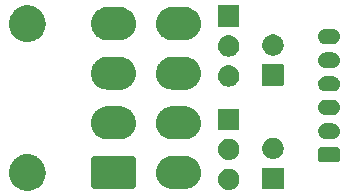
<source format=gts>
G04 #@! TF.GenerationSoftware,KiCad,Pcbnew,(5.1.0-1558-g0ba0c1724)*
G04 #@! TF.CreationDate,2019-12-01T14:41:24-08:00*
G04 #@! TF.ProjectId,8to4Stepper,38746f34-5374-4657-9070-65722e6b6963,rev?*
G04 #@! TF.SameCoordinates,Original*
G04 #@! TF.FileFunction,Soldermask,Top*
G04 #@! TF.FilePolarity,Negative*
%FSLAX46Y46*%
G04 Gerber Fmt 4.6, Leading zero omitted, Abs format (unit mm)*
G04 Created by KiCad (PCBNEW (5.1.0-1558-g0ba0c1724)) date 2019-12-01 14:41:24*
%MOMM*%
%LPD*%
G04 APERTURE LIST*
%ADD10C,0.100000*%
G04 APERTURE END LIST*
D10*
G36*
X179214870Y-124447503D02*
G01*
X179270587Y-124445557D01*
X179337861Y-124454056D01*
X179400350Y-124457385D01*
X179456239Y-124469010D01*
X179518205Y-124476838D01*
X179576838Y-124494095D01*
X179631387Y-124505441D01*
X179691309Y-124527785D01*
X179757637Y-124547307D01*
X179806700Y-124570814D01*
X179852485Y-124587887D01*
X179914355Y-124622394D01*
X179982722Y-124655150D01*
X180021870Y-124682359D01*
X180058580Y-124702833D01*
X180119992Y-124750555D01*
X180187669Y-124797592D01*
X180217117Y-124826029D01*
X180244905Y-124847623D01*
X180303181Y-124909140D01*
X180367207Y-124970969D01*
X180387690Y-124998349D01*
X180407196Y-125018940D01*
X180459539Y-125094391D01*
X180516715Y-125170821D01*
X180529424Y-125195130D01*
X180541703Y-125212831D01*
X180585241Y-125301900D01*
X180632347Y-125392005D01*
X180638868Y-125411606D01*
X180645330Y-125424827D01*
X180677204Y-125526849D01*
X180711129Y-125628831D01*
X180713351Y-125642547D01*
X180715703Y-125650077D01*
X180733218Y-125765216D01*
X180751033Y-125875207D01*
X180748079Y-126157248D01*
X180741707Y-126191966D01*
X180741166Y-126210197D01*
X180721162Y-126303910D01*
X180703024Y-126402734D01*
X180695639Y-126423474D01*
X180692281Y-126439204D01*
X180654978Y-126537664D01*
X180619300Y-126637859D01*
X180611956Y-126651218D01*
X180608676Y-126659875D01*
X180552486Y-126759393D01*
X180499061Y-126856573D01*
X180493852Y-126863240D01*
X180492659Y-126865353D01*
X180407525Y-126973734D01*
X180345400Y-127053249D01*
X180264204Y-127128438D01*
X180174728Y-127212314D01*
X180170477Y-127215230D01*
X180162271Y-127222829D01*
X180071065Y-127283426D01*
X179980132Y-127345806D01*
X179969346Y-127351009D01*
X179954386Y-127360948D01*
X179859597Y-127403946D01*
X179767593Y-127448324D01*
X179749603Y-127453841D01*
X179727091Y-127464053D01*
X179632529Y-127489745D01*
X179541988Y-127517512D01*
X179516633Y-127521234D01*
X179486237Y-127529492D01*
X179395124Y-127539068D01*
X179308513Y-127551781D01*
X179276058Y-127551583D01*
X179238018Y-127555581D01*
X179153077Y-127550832D01*
X179072537Y-127550340D01*
X179033732Y-127544159D01*
X178988820Y-127541648D01*
X178912188Y-127524799D01*
X178839503Y-127513222D01*
X178795572Y-127499160D01*
X178745056Y-127488053D01*
X178678282Y-127461615D01*
X178614751Y-127441279D01*
X178567318Y-127417681D01*
X178512997Y-127396174D01*
X178457052Y-127362824D01*
X178403481Y-127336173D01*
X178354562Y-127301729D01*
X178298612Y-127268376D01*
X178253850Y-127230816D01*
X178210537Y-127200319D01*
X178162434Y-127154109D01*
X178107418Y-127107945D01*
X178073622Y-127068792D01*
X178040359Y-127036838D01*
X177995609Y-126978413D01*
X177944333Y-126919009D01*
X177920758Y-126880688D01*
X177896869Y-126849499D01*
X177858132Y-126778891D01*
X177813554Y-126706430D01*
X177798980Y-126671071D01*
X177783367Y-126642612D01*
X177753347Y-126560357D01*
X177718444Y-126475676D01*
X177711254Y-126445023D01*
X177702464Y-126420937D01*
X177683818Y-126328049D01*
X177661451Y-126232684D01*
X177659727Y-126208029D01*
X177656023Y-126189577D01*
X177651300Y-126087527D01*
X177644040Y-125983705D01*
X177645668Y-125965820D01*
X177645114Y-125953855D01*
X177656738Y-125844177D01*
X177666661Y-125735146D01*
X177669442Y-125724316D01*
X177669985Y-125719190D01*
X177701189Y-125600668D01*
X177728731Y-125493401D01*
X177769091Y-125401021D01*
X177823971Y-125274502D01*
X177825264Y-125272445D01*
X177828652Y-125264690D01*
X177888740Y-125171452D01*
X177949542Y-125074713D01*
X177955595Y-125067713D01*
X177963855Y-125054896D01*
X178035058Y-124975817D01*
X178103893Y-124896212D01*
X178116124Y-124885785D01*
X178130861Y-124869417D01*
X178209191Y-124806438D01*
X178283465Y-124743114D01*
X178302935Y-124731065D01*
X178325373Y-124713025D01*
X178407267Y-124666503D01*
X178484129Y-124618939D01*
X178511484Y-124607299D01*
X178542387Y-124589744D01*
X178624567Y-124559182D01*
X178701259Y-124526549D01*
X178736685Y-124517486D01*
X178776320Y-124502746D01*
X178855882Y-124486992D01*
X178929877Y-124468062D01*
X178973059Y-124463790D01*
X179021153Y-124454267D01*
X179095594Y-124451668D01*
X179164709Y-124444830D01*
X179214870Y-124447503D01*
X179214870Y-124447503D01*
G37*
G36*
X196438360Y-125693835D02*
G01*
X196519397Y-125720166D01*
X196606663Y-125747848D01*
X196609655Y-125749493D01*
X196618488Y-125752363D01*
X196690466Y-125793919D01*
X196761499Y-125832970D01*
X196768986Y-125839253D01*
X196782511Y-125847061D01*
X196840259Y-125899057D01*
X196896857Y-125946549D01*
X196906962Y-125959118D01*
X196923261Y-125973793D01*
X196965454Y-126031867D01*
X197007579Y-126084260D01*
X197017994Y-126104182D01*
X197034586Y-126127019D01*
X197061297Y-126187012D01*
X197089439Y-126240843D01*
X197097582Y-126268510D01*
X197111621Y-126300042D01*
X197123992Y-126358241D01*
X197139328Y-126410349D01*
X197142518Y-126445401D01*
X197150999Y-126485301D01*
X197150999Y-126538592D01*
X197155343Y-126586324D01*
X197150999Y-126627653D01*
X197150999Y-126674699D01*
X197141217Y-126720721D01*
X197136873Y-126762047D01*
X197122702Y-126807827D01*
X197111621Y-126859958D01*
X197095028Y-126897226D01*
X197084622Y-126930843D01*
X197058789Y-126978620D01*
X197034586Y-127032981D01*
X197014298Y-127060905D01*
X197000580Y-127086276D01*
X196961859Y-127133082D01*
X196923261Y-127186207D01*
X196902284Y-127205095D01*
X196887952Y-127222419D01*
X196835845Y-127264917D01*
X196782511Y-127312939D01*
X196763524Y-127323901D01*
X196751025Y-127334095D01*
X196685780Y-127368786D01*
X196618488Y-127407637D01*
X196603636Y-127412463D01*
X196595003Y-127417053D01*
X196517430Y-127440473D01*
X196438360Y-127466165D01*
X196429114Y-127467137D01*
X196425851Y-127468122D01*
X196334710Y-127477059D01*
X196297211Y-127481000D01*
X196202789Y-127481000D01*
X196061640Y-127466165D01*
X195980603Y-127439834D01*
X195893337Y-127412152D01*
X195890345Y-127410507D01*
X195881512Y-127407637D01*
X195809534Y-127366081D01*
X195738501Y-127327030D01*
X195731014Y-127320747D01*
X195717489Y-127312939D01*
X195659741Y-127260943D01*
X195603143Y-127213451D01*
X195593038Y-127200882D01*
X195576739Y-127186207D01*
X195534546Y-127128133D01*
X195492421Y-127075740D01*
X195482006Y-127055818D01*
X195465414Y-127032981D01*
X195438703Y-126972988D01*
X195410561Y-126919157D01*
X195402418Y-126891490D01*
X195388379Y-126859958D01*
X195376008Y-126801759D01*
X195360672Y-126749651D01*
X195357482Y-126714599D01*
X195349001Y-126674699D01*
X195349001Y-126621408D01*
X195344657Y-126573676D01*
X195349001Y-126532347D01*
X195349001Y-126485301D01*
X195358783Y-126439279D01*
X195363127Y-126397953D01*
X195377298Y-126352173D01*
X195388379Y-126300042D01*
X195404972Y-126262774D01*
X195415378Y-126229157D01*
X195441211Y-126181380D01*
X195465414Y-126127019D01*
X195485702Y-126099095D01*
X195499420Y-126073724D01*
X195538141Y-126026918D01*
X195576739Y-125973793D01*
X195597716Y-125954905D01*
X195612048Y-125937581D01*
X195664155Y-125895083D01*
X195717489Y-125847061D01*
X195736476Y-125836099D01*
X195748975Y-125825905D01*
X195814220Y-125791214D01*
X195881512Y-125752363D01*
X195896364Y-125747537D01*
X195904997Y-125742947D01*
X195982570Y-125719527D01*
X196061640Y-125693835D01*
X196070886Y-125692863D01*
X196074149Y-125691878D01*
X196165290Y-125682941D01*
X196202789Y-125679000D01*
X196297211Y-125679000D01*
X196438360Y-125693835D01*
X196438360Y-125693835D01*
G37*
G36*
X200869899Y-125601959D02*
G01*
X200886769Y-125613231D01*
X200898041Y-125630101D01*
X200904448Y-125662312D01*
X200904448Y-127337688D01*
X200901999Y-127350000D01*
X200898041Y-127369899D01*
X200886769Y-127386769D01*
X200869899Y-127398041D01*
X200850000Y-127401999D01*
X200837688Y-127404448D01*
X199162312Y-127404448D01*
X199130101Y-127398041D01*
X199113231Y-127386769D01*
X199101959Y-127369899D01*
X199095552Y-127337688D01*
X199095552Y-125662312D01*
X199101959Y-125630101D01*
X199113231Y-125613231D01*
X199130101Y-125601959D01*
X199162312Y-125595552D01*
X200837688Y-125595552D01*
X200869899Y-125601959D01*
X200869899Y-125601959D01*
G37*
G36*
X188186755Y-124611764D02*
G01*
X188198227Y-124617288D01*
X188206286Y-124618795D01*
X188223545Y-124629481D01*
X188268638Y-124651197D01*
X188288736Y-124669846D01*
X188301964Y-124678036D01*
X188312267Y-124691679D01*
X188335264Y-124713018D01*
X188357615Y-124751730D01*
X188369780Y-124767840D01*
X188371749Y-124776212D01*
X188379506Y-124789647D01*
X188398419Y-124889606D01*
X188401883Y-124904332D01*
X188401883Y-124907911D01*
X188403194Y-124914840D01*
X188403194Y-127087515D01*
X188388236Y-127186755D01*
X188382712Y-127198227D01*
X188381205Y-127206286D01*
X188370519Y-127223545D01*
X188348803Y-127268638D01*
X188330154Y-127288736D01*
X188321964Y-127301964D01*
X188308321Y-127312267D01*
X188286982Y-127335264D01*
X188248270Y-127357615D01*
X188232160Y-127369780D01*
X188223788Y-127371749D01*
X188210353Y-127379506D01*
X188110394Y-127398419D01*
X188095668Y-127401883D01*
X188092089Y-127401883D01*
X188085160Y-127403194D01*
X184912485Y-127403194D01*
X184813245Y-127388236D01*
X184801773Y-127382712D01*
X184793714Y-127381205D01*
X184776455Y-127370519D01*
X184731362Y-127348803D01*
X184711264Y-127330154D01*
X184698036Y-127321964D01*
X184687733Y-127308321D01*
X184664736Y-127286982D01*
X184642385Y-127248270D01*
X184630220Y-127232160D01*
X184628251Y-127223788D01*
X184620494Y-127210353D01*
X184601581Y-127110394D01*
X184598117Y-127095668D01*
X184598117Y-127092089D01*
X184596806Y-127085160D01*
X184596806Y-124912485D01*
X184611764Y-124813245D01*
X184617288Y-124801773D01*
X184618795Y-124793714D01*
X184629481Y-124776455D01*
X184651197Y-124731362D01*
X184669846Y-124711264D01*
X184678036Y-124698036D01*
X184691679Y-124687733D01*
X184713018Y-124664736D01*
X184751730Y-124642385D01*
X184767840Y-124630220D01*
X184776212Y-124628251D01*
X184789647Y-124620494D01*
X184889606Y-124601581D01*
X184904332Y-124598117D01*
X184907911Y-124598117D01*
X184914840Y-124596806D01*
X188087515Y-124596806D01*
X188186755Y-124611764D01*
X188186755Y-124611764D01*
G37*
G36*
X192676165Y-124617284D02*
G01*
X192852251Y-124639529D01*
X192857415Y-124641307D01*
X192866286Y-124642483D01*
X192967020Y-124679048D01*
X193062717Y-124711999D01*
X193073021Y-124717524D01*
X193089777Y-124723606D01*
X193177620Y-124773609D01*
X193261403Y-124818533D01*
X193275576Y-124829369D01*
X193296404Y-124841225D01*
X193369845Y-124901443D01*
X193440503Y-124955465D01*
X193456982Y-124972891D01*
X193480259Y-124991977D01*
X193538498Y-125059091D01*
X193595406Y-125119270D01*
X193612339Y-125144186D01*
X193636086Y-125171552D01*
X193679014Y-125242296D01*
X193722126Y-125305732D01*
X193737448Y-125338591D01*
X193759429Y-125374814D01*
X193787589Y-125446119D01*
X193817407Y-125510065D01*
X193828945Y-125550840D01*
X193846761Y-125595952D01*
X193861245Y-125664981D01*
X193878791Y-125726988D01*
X193884368Y-125775187D01*
X193895584Y-125828644D01*
X193898001Y-125893015D01*
X193904704Y-125950951D01*
X193902225Y-126005538D01*
X193904504Y-126066235D01*
X193896845Y-126124024D01*
X193894477Y-126176164D01*
X193882050Y-126235647D01*
X193873265Y-126301932D01*
X193857794Y-126351757D01*
X193848375Y-126396842D01*
X193824404Y-126459288D01*
X193802759Y-126528996D01*
X193781888Y-126570047D01*
X193767579Y-126607322D01*
X193730856Y-126670418D01*
X193695004Y-126740934D01*
X193671173Y-126772964D01*
X193654173Y-126802173D01*
X193603947Y-126863319D01*
X193553080Y-126931687D01*
X193528632Y-126955009D01*
X193511073Y-126976386D01*
X193447120Y-127032769D01*
X193381046Y-127095800D01*
X193358110Y-127111242D01*
X193341964Y-127125476D01*
X193264632Y-127174174D01*
X193183819Y-127228581D01*
X193164207Y-127237416D01*
X193151191Y-127245612D01*
X193061403Y-127283725D01*
X192967040Y-127326232D01*
X192952172Y-127330091D01*
X192943665Y-127333702D01*
X192842921Y-127358447D01*
X192736907Y-127385963D01*
X192727724Y-127386742D01*
X192724720Y-127387480D01*
X192614835Y-127396321D01*
X192559692Y-127401000D01*
X191461785Y-127401000D01*
X191323835Y-127382716D01*
X191147749Y-127360471D01*
X191142585Y-127358693D01*
X191133714Y-127357517D01*
X191032980Y-127320952D01*
X190937283Y-127288001D01*
X190926979Y-127282476D01*
X190910223Y-127276394D01*
X190822380Y-127226391D01*
X190738597Y-127181467D01*
X190724424Y-127170631D01*
X190703596Y-127158775D01*
X190630155Y-127098557D01*
X190559497Y-127044535D01*
X190543018Y-127027109D01*
X190519741Y-127008023D01*
X190461502Y-126940909D01*
X190404594Y-126880730D01*
X190387661Y-126855814D01*
X190363914Y-126828448D01*
X190320986Y-126757704D01*
X190277874Y-126694268D01*
X190262552Y-126661409D01*
X190240571Y-126625186D01*
X190212411Y-126553881D01*
X190182593Y-126489935D01*
X190171055Y-126449160D01*
X190153239Y-126404048D01*
X190138755Y-126335019D01*
X190121209Y-126273012D01*
X190115632Y-126224813D01*
X190104416Y-126171356D01*
X190101999Y-126106985D01*
X190095296Y-126049049D01*
X190097775Y-125994462D01*
X190095496Y-125933765D01*
X190103155Y-125875976D01*
X190105523Y-125823836D01*
X190117950Y-125764353D01*
X190126735Y-125698068D01*
X190142206Y-125648243D01*
X190151625Y-125603158D01*
X190175596Y-125540712D01*
X190197241Y-125471004D01*
X190218112Y-125429953D01*
X190232421Y-125392678D01*
X190269144Y-125329582D01*
X190304996Y-125259066D01*
X190328827Y-125227036D01*
X190345827Y-125197827D01*
X190396053Y-125136681D01*
X190446920Y-125068313D01*
X190471368Y-125044991D01*
X190488927Y-125023614D01*
X190552880Y-124967231D01*
X190618954Y-124904200D01*
X190641890Y-124888758D01*
X190658036Y-124874524D01*
X190735368Y-124825826D01*
X190816181Y-124771419D01*
X190835793Y-124762584D01*
X190848809Y-124754388D01*
X190938597Y-124716275D01*
X191032960Y-124673768D01*
X191047828Y-124669909D01*
X191056335Y-124666298D01*
X191157079Y-124641553D01*
X191263093Y-124614037D01*
X191272276Y-124613258D01*
X191275280Y-124612520D01*
X191385165Y-124603679D01*
X191440308Y-124599000D01*
X192538215Y-124599000D01*
X192676165Y-124617284D01*
X192676165Y-124617284D01*
G37*
G36*
X205461756Y-123861764D02*
G01*
X205473227Y-123867288D01*
X205481287Y-123868795D01*
X205498547Y-123879482D01*
X205543638Y-123901197D01*
X205563738Y-123919847D01*
X205576964Y-123928036D01*
X205587265Y-123941676D01*
X205610264Y-123963016D01*
X205632614Y-124001727D01*
X205644781Y-124017839D01*
X205646751Y-124026213D01*
X205654506Y-124039646D01*
X205673419Y-124139601D01*
X205676883Y-124154330D01*
X205676883Y-124157909D01*
X205678194Y-124164838D01*
X205678194Y-124837517D01*
X205663236Y-124936756D01*
X205657712Y-124948227D01*
X205656205Y-124956287D01*
X205645518Y-124973547D01*
X205623803Y-125018638D01*
X205605153Y-125038738D01*
X205596964Y-125051964D01*
X205583324Y-125062265D01*
X205561984Y-125085264D01*
X205523273Y-125107614D01*
X205507161Y-125119781D01*
X205498787Y-125121751D01*
X205485354Y-125129506D01*
X205385399Y-125148419D01*
X205370670Y-125151883D01*
X205367091Y-125151883D01*
X205360162Y-125153194D01*
X204137483Y-125153194D01*
X204038244Y-125138236D01*
X204026773Y-125132712D01*
X204018713Y-125131205D01*
X204001453Y-125120518D01*
X203956362Y-125098803D01*
X203936262Y-125080153D01*
X203923036Y-125071964D01*
X203912735Y-125058324D01*
X203889736Y-125036984D01*
X203867386Y-124998273D01*
X203855219Y-124982161D01*
X203853249Y-124973787D01*
X203845494Y-124960354D01*
X203826581Y-124860399D01*
X203823117Y-124845670D01*
X203823117Y-124842091D01*
X203821806Y-124835162D01*
X203821806Y-124162483D01*
X203836764Y-124063244D01*
X203842288Y-124051773D01*
X203843795Y-124043713D01*
X203854482Y-124026453D01*
X203876197Y-123981362D01*
X203894847Y-123961262D01*
X203903036Y-123948036D01*
X203916676Y-123937735D01*
X203938016Y-123914736D01*
X203976727Y-123892386D01*
X203992839Y-123880219D01*
X204001213Y-123878249D01*
X204014646Y-123870494D01*
X204114601Y-123851581D01*
X204129330Y-123848117D01*
X204132909Y-123848117D01*
X204139838Y-123846806D01*
X205362517Y-123846806D01*
X205461756Y-123861764D01*
X205461756Y-123861764D01*
G37*
G36*
X196438360Y-123153835D02*
G01*
X196519397Y-123180166D01*
X196606663Y-123207848D01*
X196609655Y-123209493D01*
X196618488Y-123212363D01*
X196690466Y-123253919D01*
X196761499Y-123292970D01*
X196768986Y-123299253D01*
X196782511Y-123307061D01*
X196840259Y-123359057D01*
X196896857Y-123406549D01*
X196906962Y-123419118D01*
X196923261Y-123433793D01*
X196965454Y-123491867D01*
X197007579Y-123544260D01*
X197017994Y-123564182D01*
X197034586Y-123587019D01*
X197061297Y-123647012D01*
X197089439Y-123700843D01*
X197097582Y-123728510D01*
X197111621Y-123760042D01*
X197123992Y-123818241D01*
X197139328Y-123870349D01*
X197142518Y-123905401D01*
X197150999Y-123945301D01*
X197150999Y-123998592D01*
X197155343Y-124046324D01*
X197150999Y-124087653D01*
X197150999Y-124134699D01*
X197141217Y-124180721D01*
X197136873Y-124222047D01*
X197122702Y-124267827D01*
X197111621Y-124319958D01*
X197095028Y-124357226D01*
X197084622Y-124390843D01*
X197058789Y-124438620D01*
X197034586Y-124492981D01*
X197014298Y-124520905D01*
X197000580Y-124546276D01*
X196961859Y-124593082D01*
X196923261Y-124646207D01*
X196902284Y-124665095D01*
X196887952Y-124682419D01*
X196835845Y-124724917D01*
X196782511Y-124772939D01*
X196763524Y-124783901D01*
X196751025Y-124794095D01*
X196685780Y-124828786D01*
X196618488Y-124867637D01*
X196603636Y-124872463D01*
X196595003Y-124877053D01*
X196517430Y-124900473D01*
X196438360Y-124926165D01*
X196429114Y-124927137D01*
X196425851Y-124928122D01*
X196334710Y-124937059D01*
X196297211Y-124941000D01*
X196202789Y-124941000D01*
X196061640Y-124926165D01*
X195980603Y-124899834D01*
X195893337Y-124872152D01*
X195890345Y-124870507D01*
X195881512Y-124867637D01*
X195809534Y-124826081D01*
X195738501Y-124787030D01*
X195731014Y-124780747D01*
X195717489Y-124772939D01*
X195659741Y-124720943D01*
X195603143Y-124673451D01*
X195593038Y-124660882D01*
X195576739Y-124646207D01*
X195534546Y-124588133D01*
X195492421Y-124535740D01*
X195482006Y-124515818D01*
X195465414Y-124492981D01*
X195438703Y-124432988D01*
X195410561Y-124379157D01*
X195402418Y-124351490D01*
X195388379Y-124319958D01*
X195376008Y-124261759D01*
X195360672Y-124209651D01*
X195357482Y-124174599D01*
X195349001Y-124134699D01*
X195349001Y-124081408D01*
X195344657Y-124033676D01*
X195349001Y-123992347D01*
X195349001Y-123945301D01*
X195358783Y-123899279D01*
X195363127Y-123857953D01*
X195377298Y-123812173D01*
X195388379Y-123760042D01*
X195404972Y-123722774D01*
X195415378Y-123689157D01*
X195441211Y-123641380D01*
X195465414Y-123587019D01*
X195485702Y-123559095D01*
X195499420Y-123533724D01*
X195538141Y-123486918D01*
X195576739Y-123433793D01*
X195597716Y-123414905D01*
X195612048Y-123397581D01*
X195664155Y-123355083D01*
X195717489Y-123307061D01*
X195736476Y-123296099D01*
X195748975Y-123285905D01*
X195814220Y-123251214D01*
X195881512Y-123212363D01*
X195896364Y-123207537D01*
X195904997Y-123202947D01*
X195982570Y-123179527D01*
X196061640Y-123153835D01*
X196070886Y-123152863D01*
X196074149Y-123151878D01*
X196165290Y-123142941D01*
X196202789Y-123139000D01*
X196297211Y-123139000D01*
X196438360Y-123153835D01*
X196438360Y-123153835D01*
G37*
G36*
X200188360Y-123073835D02*
G01*
X200269397Y-123100166D01*
X200356663Y-123127848D01*
X200359655Y-123129493D01*
X200368488Y-123132363D01*
X200440466Y-123173919D01*
X200511499Y-123212970D01*
X200518986Y-123219253D01*
X200532511Y-123227061D01*
X200590259Y-123279057D01*
X200646857Y-123326549D01*
X200656962Y-123339118D01*
X200673261Y-123353793D01*
X200715454Y-123411867D01*
X200757579Y-123464260D01*
X200767994Y-123484182D01*
X200784586Y-123507019D01*
X200811297Y-123567012D01*
X200839439Y-123620843D01*
X200847582Y-123648510D01*
X200861621Y-123680042D01*
X200873992Y-123738241D01*
X200889328Y-123790349D01*
X200892518Y-123825401D01*
X200900999Y-123865301D01*
X200900999Y-123918592D01*
X200905343Y-123966324D01*
X200900999Y-124007653D01*
X200900999Y-124054699D01*
X200891217Y-124100721D01*
X200886873Y-124142047D01*
X200872702Y-124187827D01*
X200861621Y-124239958D01*
X200845028Y-124277226D01*
X200834622Y-124310843D01*
X200808789Y-124358620D01*
X200784586Y-124412981D01*
X200764298Y-124440905D01*
X200750580Y-124466276D01*
X200711859Y-124513082D01*
X200673261Y-124566207D01*
X200652284Y-124585095D01*
X200637952Y-124602419D01*
X200585845Y-124644917D01*
X200532511Y-124692939D01*
X200513524Y-124703901D01*
X200501025Y-124714095D01*
X200435780Y-124748786D01*
X200368488Y-124787637D01*
X200353636Y-124792463D01*
X200345003Y-124797053D01*
X200267430Y-124820473D01*
X200188360Y-124846165D01*
X200179114Y-124847137D01*
X200175851Y-124848122D01*
X200084710Y-124857059D01*
X200047211Y-124861000D01*
X199952789Y-124861000D01*
X199811640Y-124846165D01*
X199730603Y-124819834D01*
X199643337Y-124792152D01*
X199640345Y-124790507D01*
X199631512Y-124787637D01*
X199559534Y-124746081D01*
X199488501Y-124707030D01*
X199481014Y-124700747D01*
X199467489Y-124692939D01*
X199409741Y-124640943D01*
X199353143Y-124593451D01*
X199343038Y-124580882D01*
X199326739Y-124566207D01*
X199284546Y-124508133D01*
X199242421Y-124455740D01*
X199232006Y-124435818D01*
X199215414Y-124412981D01*
X199188703Y-124352988D01*
X199160561Y-124299157D01*
X199152418Y-124271490D01*
X199138379Y-124239958D01*
X199126008Y-124181759D01*
X199110672Y-124129651D01*
X199107482Y-124094599D01*
X199099001Y-124054699D01*
X199099001Y-124001408D01*
X199094657Y-123953676D01*
X199099001Y-123912347D01*
X199099001Y-123865301D01*
X199108783Y-123819279D01*
X199113127Y-123777953D01*
X199127298Y-123732173D01*
X199138379Y-123680042D01*
X199154972Y-123642774D01*
X199165378Y-123609157D01*
X199191211Y-123561380D01*
X199215414Y-123507019D01*
X199235702Y-123479095D01*
X199249420Y-123453724D01*
X199288141Y-123406918D01*
X199326739Y-123353793D01*
X199347716Y-123334905D01*
X199362048Y-123317581D01*
X199414155Y-123275083D01*
X199467489Y-123227061D01*
X199486476Y-123216099D01*
X199498975Y-123205905D01*
X199564220Y-123171214D01*
X199631512Y-123132363D01*
X199646364Y-123127537D01*
X199654997Y-123122947D01*
X199732570Y-123099527D01*
X199811640Y-123073835D01*
X199820886Y-123072863D01*
X199824149Y-123071878D01*
X199915290Y-123062941D01*
X199952789Y-123059000D01*
X200047211Y-123059000D01*
X200188360Y-123073835D01*
X200188360Y-123073835D01*
G37*
G36*
X187176165Y-120417284D02*
G01*
X187352251Y-120439529D01*
X187357415Y-120441307D01*
X187366286Y-120442483D01*
X187467020Y-120479048D01*
X187562717Y-120511999D01*
X187573021Y-120517524D01*
X187589777Y-120523606D01*
X187677620Y-120573609D01*
X187761403Y-120618533D01*
X187775576Y-120629369D01*
X187796404Y-120641225D01*
X187869845Y-120701443D01*
X187940503Y-120755465D01*
X187956982Y-120772891D01*
X187980259Y-120791977D01*
X188038498Y-120859091D01*
X188095406Y-120919270D01*
X188112339Y-120944186D01*
X188136086Y-120971552D01*
X188179014Y-121042296D01*
X188222126Y-121105732D01*
X188237448Y-121138591D01*
X188259429Y-121174814D01*
X188287589Y-121246119D01*
X188317407Y-121310065D01*
X188328945Y-121350840D01*
X188346761Y-121395952D01*
X188361245Y-121464981D01*
X188378791Y-121526988D01*
X188384368Y-121575187D01*
X188395584Y-121628644D01*
X188398001Y-121693015D01*
X188404704Y-121750951D01*
X188402225Y-121805538D01*
X188404504Y-121866235D01*
X188396845Y-121924024D01*
X188394477Y-121976164D01*
X188382050Y-122035647D01*
X188373265Y-122101932D01*
X188357794Y-122151757D01*
X188348375Y-122196842D01*
X188324404Y-122259288D01*
X188302759Y-122328996D01*
X188281888Y-122370047D01*
X188267579Y-122407322D01*
X188230856Y-122470418D01*
X188195004Y-122540934D01*
X188171173Y-122572964D01*
X188154173Y-122602173D01*
X188103947Y-122663319D01*
X188053080Y-122731687D01*
X188028632Y-122755009D01*
X188011073Y-122776386D01*
X187947120Y-122832769D01*
X187881046Y-122895800D01*
X187858110Y-122911242D01*
X187841964Y-122925476D01*
X187764632Y-122974174D01*
X187683819Y-123028581D01*
X187664207Y-123037416D01*
X187651191Y-123045612D01*
X187561403Y-123083725D01*
X187467040Y-123126232D01*
X187452172Y-123130091D01*
X187443665Y-123133702D01*
X187342921Y-123158447D01*
X187236907Y-123185963D01*
X187227724Y-123186742D01*
X187224720Y-123187480D01*
X187114835Y-123196321D01*
X187059692Y-123201000D01*
X185961785Y-123201000D01*
X185823835Y-123182716D01*
X185647749Y-123160471D01*
X185642585Y-123158693D01*
X185633714Y-123157517D01*
X185532980Y-123120952D01*
X185437283Y-123088001D01*
X185426979Y-123082476D01*
X185410223Y-123076394D01*
X185322380Y-123026391D01*
X185238597Y-122981467D01*
X185224424Y-122970631D01*
X185203596Y-122958775D01*
X185130155Y-122898557D01*
X185059497Y-122844535D01*
X185043018Y-122827109D01*
X185019741Y-122808023D01*
X184961502Y-122740909D01*
X184904594Y-122680730D01*
X184887661Y-122655814D01*
X184863914Y-122628448D01*
X184820986Y-122557704D01*
X184777874Y-122494268D01*
X184762552Y-122461409D01*
X184740571Y-122425186D01*
X184712411Y-122353881D01*
X184682593Y-122289935D01*
X184671055Y-122249160D01*
X184653239Y-122204048D01*
X184638755Y-122135019D01*
X184621209Y-122073012D01*
X184615632Y-122024813D01*
X184604416Y-121971356D01*
X184601999Y-121906985D01*
X184595296Y-121849049D01*
X184597775Y-121794462D01*
X184595496Y-121733765D01*
X184603155Y-121675976D01*
X184605523Y-121623836D01*
X184617950Y-121564353D01*
X184626735Y-121498068D01*
X184642206Y-121448243D01*
X184651625Y-121403158D01*
X184675596Y-121340712D01*
X184697241Y-121271004D01*
X184718112Y-121229953D01*
X184732421Y-121192678D01*
X184769144Y-121129582D01*
X184804996Y-121059066D01*
X184828827Y-121027036D01*
X184845827Y-120997827D01*
X184896053Y-120936681D01*
X184946920Y-120868313D01*
X184971368Y-120844991D01*
X184988927Y-120823614D01*
X185052880Y-120767231D01*
X185118954Y-120704200D01*
X185141890Y-120688758D01*
X185158036Y-120674524D01*
X185235368Y-120625826D01*
X185316181Y-120571419D01*
X185335793Y-120562584D01*
X185348809Y-120554388D01*
X185438597Y-120516275D01*
X185532960Y-120473768D01*
X185547828Y-120469909D01*
X185556335Y-120466298D01*
X185657079Y-120441553D01*
X185763093Y-120414037D01*
X185772276Y-120413258D01*
X185775280Y-120412520D01*
X185885165Y-120403679D01*
X185940308Y-120399000D01*
X187038215Y-120399000D01*
X187176165Y-120417284D01*
X187176165Y-120417284D01*
G37*
G36*
X192676165Y-120417284D02*
G01*
X192852251Y-120439529D01*
X192857415Y-120441307D01*
X192866286Y-120442483D01*
X192967020Y-120479048D01*
X193062717Y-120511999D01*
X193073021Y-120517524D01*
X193089777Y-120523606D01*
X193177620Y-120573609D01*
X193261403Y-120618533D01*
X193275576Y-120629369D01*
X193296404Y-120641225D01*
X193369845Y-120701443D01*
X193440503Y-120755465D01*
X193456982Y-120772891D01*
X193480259Y-120791977D01*
X193538498Y-120859091D01*
X193595406Y-120919270D01*
X193612339Y-120944186D01*
X193636086Y-120971552D01*
X193679014Y-121042296D01*
X193722126Y-121105732D01*
X193737448Y-121138591D01*
X193759429Y-121174814D01*
X193787589Y-121246119D01*
X193817407Y-121310065D01*
X193828945Y-121350840D01*
X193846761Y-121395952D01*
X193861245Y-121464981D01*
X193878791Y-121526988D01*
X193884368Y-121575187D01*
X193895584Y-121628644D01*
X193898001Y-121693015D01*
X193904704Y-121750951D01*
X193902225Y-121805538D01*
X193904504Y-121866235D01*
X193896845Y-121924024D01*
X193894477Y-121976164D01*
X193882050Y-122035647D01*
X193873265Y-122101932D01*
X193857794Y-122151757D01*
X193848375Y-122196842D01*
X193824404Y-122259288D01*
X193802759Y-122328996D01*
X193781888Y-122370047D01*
X193767579Y-122407322D01*
X193730856Y-122470418D01*
X193695004Y-122540934D01*
X193671173Y-122572964D01*
X193654173Y-122602173D01*
X193603947Y-122663319D01*
X193553080Y-122731687D01*
X193528632Y-122755009D01*
X193511073Y-122776386D01*
X193447120Y-122832769D01*
X193381046Y-122895800D01*
X193358110Y-122911242D01*
X193341964Y-122925476D01*
X193264632Y-122974174D01*
X193183819Y-123028581D01*
X193164207Y-123037416D01*
X193151191Y-123045612D01*
X193061403Y-123083725D01*
X192967040Y-123126232D01*
X192952172Y-123130091D01*
X192943665Y-123133702D01*
X192842921Y-123158447D01*
X192736907Y-123185963D01*
X192727724Y-123186742D01*
X192724720Y-123187480D01*
X192614835Y-123196321D01*
X192559692Y-123201000D01*
X191461785Y-123201000D01*
X191323835Y-123182716D01*
X191147749Y-123160471D01*
X191142585Y-123158693D01*
X191133714Y-123157517D01*
X191032980Y-123120952D01*
X190937283Y-123088001D01*
X190926979Y-123082476D01*
X190910223Y-123076394D01*
X190822380Y-123026391D01*
X190738597Y-122981467D01*
X190724424Y-122970631D01*
X190703596Y-122958775D01*
X190630155Y-122898557D01*
X190559497Y-122844535D01*
X190543018Y-122827109D01*
X190519741Y-122808023D01*
X190461502Y-122740909D01*
X190404594Y-122680730D01*
X190387661Y-122655814D01*
X190363914Y-122628448D01*
X190320986Y-122557704D01*
X190277874Y-122494268D01*
X190262552Y-122461409D01*
X190240571Y-122425186D01*
X190212411Y-122353881D01*
X190182593Y-122289935D01*
X190171055Y-122249160D01*
X190153239Y-122204048D01*
X190138755Y-122135019D01*
X190121209Y-122073012D01*
X190115632Y-122024813D01*
X190104416Y-121971356D01*
X190101999Y-121906985D01*
X190095296Y-121849049D01*
X190097775Y-121794462D01*
X190095496Y-121733765D01*
X190103155Y-121675976D01*
X190105523Y-121623836D01*
X190117950Y-121564353D01*
X190126735Y-121498068D01*
X190142206Y-121448243D01*
X190151625Y-121403158D01*
X190175596Y-121340712D01*
X190197241Y-121271004D01*
X190218112Y-121229953D01*
X190232421Y-121192678D01*
X190269144Y-121129582D01*
X190304996Y-121059066D01*
X190328827Y-121027036D01*
X190345827Y-120997827D01*
X190396053Y-120936681D01*
X190446920Y-120868313D01*
X190471368Y-120844991D01*
X190488927Y-120823614D01*
X190552880Y-120767231D01*
X190618954Y-120704200D01*
X190641890Y-120688758D01*
X190658036Y-120674524D01*
X190735368Y-120625826D01*
X190816181Y-120571419D01*
X190835793Y-120562584D01*
X190848809Y-120554388D01*
X190938597Y-120516275D01*
X191032960Y-120473768D01*
X191047828Y-120469909D01*
X191056335Y-120466298D01*
X191157079Y-120441553D01*
X191263093Y-120414037D01*
X191272276Y-120413258D01*
X191275280Y-120412520D01*
X191385165Y-120403679D01*
X191440308Y-120399000D01*
X192538215Y-120399000D01*
X192676165Y-120417284D01*
X192676165Y-120417284D01*
G37*
G36*
X205179463Y-121863394D02*
G01*
X205236602Y-121884191D01*
X205266554Y-121889905D01*
X205294481Y-121905258D01*
X205316293Y-121913197D01*
X205359086Y-121940775D01*
X205410689Y-121969144D01*
X205427276Y-121984720D01*
X205439058Y-121992313D01*
X205481333Y-122035483D01*
X205530591Y-122081739D01*
X205537884Y-122093231D01*
X205541247Y-122096665D01*
X205578768Y-122157654D01*
X205618724Y-122220615D01*
X205641754Y-122291494D01*
X205664844Y-122359321D01*
X205665347Y-122364106D01*
X205669551Y-122377045D01*
X205673793Y-122444466D01*
X205680110Y-122504572D01*
X205678450Y-122518492D01*
X205679879Y-122541202D01*
X205668845Y-122599045D01*
X205662817Y-122649599D01*
X205655030Y-122671467D01*
X205649059Y-122702769D01*
X205627787Y-122747975D01*
X205613823Y-122787189D01*
X205596457Y-122814553D01*
X205579026Y-122851596D01*
X205552930Y-122883140D01*
X205535564Y-122910505D01*
X205506026Y-122939838D01*
X205474182Y-122978330D01*
X205448403Y-122997060D01*
X205431931Y-123013417D01*
X205388757Y-123040395D01*
X205341114Y-123075010D01*
X205319955Y-123083387D01*
X205308070Y-123090814D01*
X205251010Y-123110685D01*
X205188184Y-123135559D01*
X205174683Y-123137265D01*
X205170142Y-123138846D01*
X205098983Y-123146828D01*
X205065956Y-123151000D01*
X204441252Y-123151000D01*
X204320537Y-123136606D01*
X204263398Y-123115809D01*
X204233446Y-123110095D01*
X204205519Y-123094742D01*
X204183707Y-123086803D01*
X204140914Y-123059225D01*
X204089311Y-123030856D01*
X204072724Y-123015280D01*
X204060942Y-123007687D01*
X204018667Y-122964517D01*
X203969409Y-122918261D01*
X203962116Y-122906769D01*
X203958753Y-122903335D01*
X203921232Y-122842346D01*
X203881276Y-122779385D01*
X203858246Y-122708506D01*
X203835156Y-122640679D01*
X203834653Y-122635894D01*
X203830449Y-122622955D01*
X203826207Y-122555534D01*
X203819890Y-122495428D01*
X203821550Y-122481508D01*
X203820121Y-122458798D01*
X203831155Y-122400955D01*
X203837183Y-122350401D01*
X203844970Y-122328533D01*
X203850941Y-122297231D01*
X203872213Y-122252025D01*
X203886177Y-122212811D01*
X203903543Y-122185447D01*
X203920974Y-122148404D01*
X203947070Y-122116860D01*
X203964436Y-122089495D01*
X203993974Y-122060162D01*
X204025818Y-122021670D01*
X204051597Y-122002940D01*
X204068069Y-121986583D01*
X204111243Y-121959605D01*
X204158886Y-121924990D01*
X204180045Y-121916613D01*
X204191930Y-121909186D01*
X204248990Y-121889315D01*
X204311816Y-121864441D01*
X204325317Y-121862735D01*
X204329858Y-121861154D01*
X204401017Y-121853172D01*
X204434044Y-121849000D01*
X205058748Y-121849000D01*
X205179463Y-121863394D01*
X205179463Y-121863394D01*
G37*
G36*
X197119899Y-120601959D02*
G01*
X197136769Y-120613231D01*
X197148041Y-120630101D01*
X197154448Y-120662312D01*
X197154448Y-122337688D01*
X197151999Y-122350000D01*
X197148041Y-122369899D01*
X197136769Y-122386769D01*
X197119899Y-122398041D01*
X197100000Y-122401999D01*
X197087688Y-122404448D01*
X195412312Y-122404448D01*
X195380101Y-122398041D01*
X195363231Y-122386769D01*
X195351959Y-122369899D01*
X195345552Y-122337688D01*
X195345552Y-120662312D01*
X195351959Y-120630101D01*
X195363231Y-120613231D01*
X195380101Y-120601959D01*
X195412312Y-120595552D01*
X197087688Y-120595552D01*
X197119899Y-120601959D01*
X197119899Y-120601959D01*
G37*
G36*
X205179463Y-119863394D02*
G01*
X205236602Y-119884191D01*
X205266554Y-119889905D01*
X205294481Y-119905258D01*
X205316293Y-119913197D01*
X205359086Y-119940775D01*
X205410689Y-119969144D01*
X205427276Y-119984720D01*
X205439058Y-119992313D01*
X205481333Y-120035483D01*
X205530591Y-120081739D01*
X205537884Y-120093231D01*
X205541247Y-120096665D01*
X205578768Y-120157654D01*
X205618724Y-120220615D01*
X205641754Y-120291494D01*
X205664844Y-120359321D01*
X205665347Y-120364106D01*
X205669551Y-120377045D01*
X205673793Y-120444466D01*
X205680110Y-120504572D01*
X205678450Y-120518492D01*
X205679879Y-120541202D01*
X205668845Y-120599045D01*
X205662817Y-120649599D01*
X205655030Y-120671467D01*
X205649059Y-120702769D01*
X205627787Y-120747975D01*
X205613823Y-120787189D01*
X205596457Y-120814553D01*
X205579026Y-120851596D01*
X205552930Y-120883140D01*
X205535564Y-120910505D01*
X205506026Y-120939838D01*
X205474182Y-120978330D01*
X205448403Y-120997060D01*
X205431931Y-121013417D01*
X205388757Y-121040395D01*
X205341114Y-121075010D01*
X205319955Y-121083387D01*
X205308070Y-121090814D01*
X205251010Y-121110685D01*
X205188184Y-121135559D01*
X205174683Y-121137265D01*
X205170142Y-121138846D01*
X205098983Y-121146828D01*
X205065956Y-121151000D01*
X204441252Y-121151000D01*
X204320537Y-121136606D01*
X204263398Y-121115809D01*
X204233446Y-121110095D01*
X204205519Y-121094742D01*
X204183707Y-121086803D01*
X204140914Y-121059225D01*
X204089311Y-121030856D01*
X204072724Y-121015280D01*
X204060942Y-121007687D01*
X204018667Y-120964517D01*
X203969409Y-120918261D01*
X203962116Y-120906769D01*
X203958753Y-120903335D01*
X203921232Y-120842346D01*
X203881276Y-120779385D01*
X203858246Y-120708506D01*
X203835156Y-120640679D01*
X203834653Y-120635894D01*
X203830449Y-120622955D01*
X203826207Y-120555534D01*
X203819890Y-120495428D01*
X203821550Y-120481508D01*
X203820121Y-120458798D01*
X203831155Y-120400955D01*
X203837183Y-120350401D01*
X203844970Y-120328533D01*
X203850941Y-120297231D01*
X203872213Y-120252025D01*
X203886177Y-120212811D01*
X203903543Y-120185447D01*
X203920974Y-120148404D01*
X203947070Y-120116860D01*
X203964436Y-120089495D01*
X203993974Y-120060162D01*
X204025818Y-120021670D01*
X204051597Y-120002940D01*
X204068069Y-119986583D01*
X204111243Y-119959605D01*
X204158886Y-119924990D01*
X204180045Y-119916613D01*
X204191930Y-119909186D01*
X204248990Y-119889315D01*
X204311816Y-119864441D01*
X204325317Y-119862735D01*
X204329858Y-119861154D01*
X204401017Y-119853172D01*
X204434044Y-119849000D01*
X205058748Y-119849000D01*
X205179463Y-119863394D01*
X205179463Y-119863394D01*
G37*
G36*
X205179463Y-117863394D02*
G01*
X205236602Y-117884191D01*
X205266554Y-117889905D01*
X205294481Y-117905258D01*
X205316293Y-117913197D01*
X205359086Y-117940775D01*
X205410689Y-117969144D01*
X205427276Y-117984720D01*
X205439058Y-117992313D01*
X205481333Y-118035483D01*
X205530591Y-118081739D01*
X205537884Y-118093231D01*
X205541247Y-118096665D01*
X205578768Y-118157654D01*
X205618724Y-118220615D01*
X205641754Y-118291494D01*
X205664844Y-118359321D01*
X205665347Y-118364106D01*
X205669551Y-118377045D01*
X205673793Y-118444466D01*
X205680110Y-118504572D01*
X205678450Y-118518492D01*
X205679879Y-118541202D01*
X205668845Y-118599045D01*
X205662817Y-118649599D01*
X205655030Y-118671467D01*
X205649059Y-118702769D01*
X205627787Y-118747975D01*
X205613823Y-118787189D01*
X205596457Y-118814553D01*
X205579026Y-118851596D01*
X205552930Y-118883140D01*
X205535564Y-118910505D01*
X205506026Y-118939838D01*
X205474182Y-118978330D01*
X205448403Y-118997060D01*
X205431931Y-119013417D01*
X205388757Y-119040395D01*
X205341114Y-119075010D01*
X205319955Y-119083387D01*
X205308070Y-119090814D01*
X205251010Y-119110685D01*
X205188184Y-119135559D01*
X205174683Y-119137265D01*
X205170142Y-119138846D01*
X205098983Y-119146828D01*
X205065956Y-119151000D01*
X204441252Y-119151000D01*
X204320537Y-119136606D01*
X204263398Y-119115809D01*
X204233446Y-119110095D01*
X204205519Y-119094742D01*
X204183707Y-119086803D01*
X204140914Y-119059225D01*
X204089311Y-119030856D01*
X204072724Y-119015280D01*
X204060942Y-119007687D01*
X204018667Y-118964517D01*
X203969409Y-118918261D01*
X203962116Y-118906769D01*
X203958753Y-118903335D01*
X203921232Y-118842346D01*
X203881276Y-118779385D01*
X203858246Y-118708506D01*
X203835156Y-118640679D01*
X203834653Y-118635894D01*
X203830449Y-118622955D01*
X203826207Y-118555534D01*
X203819890Y-118495428D01*
X203821550Y-118481508D01*
X203820121Y-118458798D01*
X203831155Y-118400955D01*
X203837183Y-118350401D01*
X203844970Y-118328533D01*
X203850941Y-118297231D01*
X203872213Y-118252025D01*
X203886177Y-118212811D01*
X203903543Y-118185447D01*
X203920974Y-118148404D01*
X203947070Y-118116860D01*
X203964436Y-118089495D01*
X203993974Y-118060162D01*
X204025818Y-118021670D01*
X204051597Y-118002940D01*
X204068069Y-117986583D01*
X204111243Y-117959605D01*
X204158886Y-117924990D01*
X204180045Y-117916613D01*
X204191930Y-117909186D01*
X204248990Y-117889315D01*
X204311816Y-117864441D01*
X204325317Y-117862735D01*
X204329858Y-117861154D01*
X204401017Y-117853172D01*
X204434044Y-117849000D01*
X205058748Y-117849000D01*
X205179463Y-117863394D01*
X205179463Y-117863394D01*
G37*
G36*
X192676165Y-116217284D02*
G01*
X192852251Y-116239529D01*
X192857415Y-116241307D01*
X192866286Y-116242483D01*
X192967020Y-116279048D01*
X193062717Y-116311999D01*
X193073021Y-116317524D01*
X193089777Y-116323606D01*
X193177620Y-116373609D01*
X193261403Y-116418533D01*
X193275576Y-116429369D01*
X193296404Y-116441225D01*
X193369845Y-116501443D01*
X193440503Y-116555465D01*
X193456982Y-116572891D01*
X193480259Y-116591977D01*
X193538498Y-116659091D01*
X193595406Y-116719270D01*
X193612339Y-116744186D01*
X193636086Y-116771552D01*
X193679014Y-116842296D01*
X193722126Y-116905732D01*
X193737448Y-116938591D01*
X193759429Y-116974814D01*
X193787589Y-117046119D01*
X193817407Y-117110065D01*
X193828945Y-117150840D01*
X193846761Y-117195952D01*
X193861245Y-117264981D01*
X193878791Y-117326988D01*
X193884368Y-117375187D01*
X193895584Y-117428644D01*
X193898001Y-117493015D01*
X193904704Y-117550951D01*
X193902225Y-117605538D01*
X193904504Y-117666235D01*
X193896845Y-117724024D01*
X193894477Y-117776164D01*
X193882050Y-117835647D01*
X193873265Y-117901932D01*
X193857794Y-117951757D01*
X193848375Y-117996842D01*
X193824404Y-118059288D01*
X193802759Y-118128996D01*
X193781888Y-118170047D01*
X193767579Y-118207322D01*
X193730856Y-118270418D01*
X193695004Y-118340934D01*
X193671173Y-118372964D01*
X193654173Y-118402173D01*
X193603947Y-118463319D01*
X193553080Y-118531687D01*
X193528632Y-118555009D01*
X193511073Y-118576386D01*
X193447120Y-118632769D01*
X193381046Y-118695800D01*
X193358110Y-118711242D01*
X193341964Y-118725476D01*
X193264632Y-118774174D01*
X193183819Y-118828581D01*
X193164207Y-118837416D01*
X193151191Y-118845612D01*
X193061403Y-118883725D01*
X192967040Y-118926232D01*
X192952172Y-118930091D01*
X192943665Y-118933702D01*
X192842921Y-118958447D01*
X192736907Y-118985963D01*
X192727724Y-118986742D01*
X192724720Y-118987480D01*
X192614835Y-118996321D01*
X192559692Y-119001000D01*
X191461785Y-119001000D01*
X191323835Y-118982716D01*
X191147749Y-118960471D01*
X191142585Y-118958693D01*
X191133714Y-118957517D01*
X191032980Y-118920952D01*
X190937283Y-118888001D01*
X190926979Y-118882476D01*
X190910223Y-118876394D01*
X190822380Y-118826391D01*
X190738597Y-118781467D01*
X190724424Y-118770631D01*
X190703596Y-118758775D01*
X190630155Y-118698557D01*
X190559497Y-118644535D01*
X190543018Y-118627109D01*
X190519741Y-118608023D01*
X190461502Y-118540909D01*
X190404594Y-118480730D01*
X190387661Y-118455814D01*
X190363914Y-118428448D01*
X190320986Y-118357704D01*
X190277874Y-118294268D01*
X190262552Y-118261409D01*
X190240571Y-118225186D01*
X190212411Y-118153881D01*
X190182593Y-118089935D01*
X190171055Y-118049160D01*
X190153239Y-118004048D01*
X190138755Y-117935019D01*
X190121209Y-117873012D01*
X190115632Y-117824813D01*
X190104416Y-117771356D01*
X190101999Y-117706985D01*
X190095296Y-117649049D01*
X190097775Y-117594462D01*
X190095496Y-117533765D01*
X190103155Y-117475976D01*
X190105523Y-117423836D01*
X190117950Y-117364353D01*
X190126735Y-117298068D01*
X190142206Y-117248243D01*
X190151625Y-117203158D01*
X190175596Y-117140712D01*
X190197241Y-117071004D01*
X190218112Y-117029953D01*
X190232421Y-116992678D01*
X190269144Y-116929582D01*
X190304996Y-116859066D01*
X190328827Y-116827036D01*
X190345827Y-116797827D01*
X190396053Y-116736681D01*
X190446920Y-116668313D01*
X190471368Y-116644991D01*
X190488927Y-116623614D01*
X190552880Y-116567231D01*
X190618954Y-116504200D01*
X190641890Y-116488758D01*
X190658036Y-116474524D01*
X190735368Y-116425826D01*
X190816181Y-116371419D01*
X190835793Y-116362584D01*
X190848809Y-116354388D01*
X190938597Y-116316275D01*
X191032960Y-116273768D01*
X191047828Y-116269909D01*
X191056335Y-116266298D01*
X191157079Y-116241553D01*
X191263093Y-116214037D01*
X191272276Y-116213258D01*
X191275280Y-116212520D01*
X191385165Y-116203679D01*
X191440308Y-116199000D01*
X192538215Y-116199000D01*
X192676165Y-116217284D01*
X192676165Y-116217284D01*
G37*
G36*
X187176165Y-116217284D02*
G01*
X187352251Y-116239529D01*
X187357415Y-116241307D01*
X187366286Y-116242483D01*
X187467020Y-116279048D01*
X187562717Y-116311999D01*
X187573021Y-116317524D01*
X187589777Y-116323606D01*
X187677620Y-116373609D01*
X187761403Y-116418533D01*
X187775576Y-116429369D01*
X187796404Y-116441225D01*
X187869845Y-116501443D01*
X187940503Y-116555465D01*
X187956982Y-116572891D01*
X187980259Y-116591977D01*
X188038498Y-116659091D01*
X188095406Y-116719270D01*
X188112339Y-116744186D01*
X188136086Y-116771552D01*
X188179014Y-116842296D01*
X188222126Y-116905732D01*
X188237448Y-116938591D01*
X188259429Y-116974814D01*
X188287589Y-117046119D01*
X188317407Y-117110065D01*
X188328945Y-117150840D01*
X188346761Y-117195952D01*
X188361245Y-117264981D01*
X188378791Y-117326988D01*
X188384368Y-117375187D01*
X188395584Y-117428644D01*
X188398001Y-117493015D01*
X188404704Y-117550951D01*
X188402225Y-117605538D01*
X188404504Y-117666235D01*
X188396845Y-117724024D01*
X188394477Y-117776164D01*
X188382050Y-117835647D01*
X188373265Y-117901932D01*
X188357794Y-117951757D01*
X188348375Y-117996842D01*
X188324404Y-118059288D01*
X188302759Y-118128996D01*
X188281888Y-118170047D01*
X188267579Y-118207322D01*
X188230856Y-118270418D01*
X188195004Y-118340934D01*
X188171173Y-118372964D01*
X188154173Y-118402173D01*
X188103947Y-118463319D01*
X188053080Y-118531687D01*
X188028632Y-118555009D01*
X188011073Y-118576386D01*
X187947120Y-118632769D01*
X187881046Y-118695800D01*
X187858110Y-118711242D01*
X187841964Y-118725476D01*
X187764632Y-118774174D01*
X187683819Y-118828581D01*
X187664207Y-118837416D01*
X187651191Y-118845612D01*
X187561403Y-118883725D01*
X187467040Y-118926232D01*
X187452172Y-118930091D01*
X187443665Y-118933702D01*
X187342921Y-118958447D01*
X187236907Y-118985963D01*
X187227724Y-118986742D01*
X187224720Y-118987480D01*
X187114835Y-118996321D01*
X187059692Y-119001000D01*
X185961785Y-119001000D01*
X185823835Y-118982716D01*
X185647749Y-118960471D01*
X185642585Y-118958693D01*
X185633714Y-118957517D01*
X185532980Y-118920952D01*
X185437283Y-118888001D01*
X185426979Y-118882476D01*
X185410223Y-118876394D01*
X185322380Y-118826391D01*
X185238597Y-118781467D01*
X185224424Y-118770631D01*
X185203596Y-118758775D01*
X185130155Y-118698557D01*
X185059497Y-118644535D01*
X185043018Y-118627109D01*
X185019741Y-118608023D01*
X184961502Y-118540909D01*
X184904594Y-118480730D01*
X184887661Y-118455814D01*
X184863914Y-118428448D01*
X184820986Y-118357704D01*
X184777874Y-118294268D01*
X184762552Y-118261409D01*
X184740571Y-118225186D01*
X184712411Y-118153881D01*
X184682593Y-118089935D01*
X184671055Y-118049160D01*
X184653239Y-118004048D01*
X184638755Y-117935019D01*
X184621209Y-117873012D01*
X184615632Y-117824813D01*
X184604416Y-117771356D01*
X184601999Y-117706985D01*
X184595296Y-117649049D01*
X184597775Y-117594462D01*
X184595496Y-117533765D01*
X184603155Y-117475976D01*
X184605523Y-117423836D01*
X184617950Y-117364353D01*
X184626735Y-117298068D01*
X184642206Y-117248243D01*
X184651625Y-117203158D01*
X184675596Y-117140712D01*
X184697241Y-117071004D01*
X184718112Y-117029953D01*
X184732421Y-116992678D01*
X184769144Y-116929582D01*
X184804996Y-116859066D01*
X184828827Y-116827036D01*
X184845827Y-116797827D01*
X184896053Y-116736681D01*
X184946920Y-116668313D01*
X184971368Y-116644991D01*
X184988927Y-116623614D01*
X185052880Y-116567231D01*
X185118954Y-116504200D01*
X185141890Y-116488758D01*
X185158036Y-116474524D01*
X185235368Y-116425826D01*
X185316181Y-116371419D01*
X185335793Y-116362584D01*
X185348809Y-116354388D01*
X185438597Y-116316275D01*
X185532960Y-116273768D01*
X185547828Y-116269909D01*
X185556335Y-116266298D01*
X185657079Y-116241553D01*
X185763093Y-116214037D01*
X185772276Y-116213258D01*
X185775280Y-116212520D01*
X185885165Y-116203679D01*
X185940308Y-116199000D01*
X187038215Y-116199000D01*
X187176165Y-116217284D01*
X187176165Y-116217284D01*
G37*
G36*
X196438360Y-116943835D02*
G01*
X196519397Y-116970166D01*
X196606663Y-116997848D01*
X196609655Y-116999493D01*
X196618488Y-117002363D01*
X196690466Y-117043919D01*
X196761499Y-117082970D01*
X196768986Y-117089253D01*
X196782511Y-117097061D01*
X196840259Y-117149057D01*
X196896857Y-117196549D01*
X196906962Y-117209118D01*
X196923261Y-117223793D01*
X196965454Y-117281867D01*
X197007579Y-117334260D01*
X197017994Y-117354182D01*
X197034586Y-117377019D01*
X197061297Y-117437012D01*
X197089439Y-117490843D01*
X197097582Y-117518510D01*
X197111621Y-117550042D01*
X197123992Y-117608241D01*
X197139328Y-117660349D01*
X197142518Y-117695401D01*
X197150999Y-117735301D01*
X197150999Y-117788592D01*
X197155343Y-117836324D01*
X197150999Y-117877653D01*
X197150999Y-117924699D01*
X197141217Y-117970721D01*
X197136873Y-118012047D01*
X197122702Y-118057827D01*
X197111621Y-118109958D01*
X197095028Y-118147226D01*
X197084622Y-118180843D01*
X197058789Y-118228620D01*
X197034586Y-118282981D01*
X197014298Y-118310905D01*
X197000580Y-118336276D01*
X196961859Y-118383082D01*
X196923261Y-118436207D01*
X196902284Y-118455095D01*
X196887952Y-118472419D01*
X196835845Y-118514917D01*
X196782511Y-118562939D01*
X196763524Y-118573901D01*
X196751025Y-118584095D01*
X196685780Y-118618786D01*
X196618488Y-118657637D01*
X196603636Y-118662463D01*
X196595003Y-118667053D01*
X196517430Y-118690473D01*
X196438360Y-118716165D01*
X196429114Y-118717137D01*
X196425851Y-118718122D01*
X196334710Y-118727059D01*
X196297211Y-118731000D01*
X196202789Y-118731000D01*
X196061640Y-118716165D01*
X195980603Y-118689834D01*
X195893337Y-118662152D01*
X195890345Y-118660507D01*
X195881512Y-118657637D01*
X195809534Y-118616081D01*
X195738501Y-118577030D01*
X195731014Y-118570747D01*
X195717489Y-118562939D01*
X195659741Y-118510943D01*
X195603143Y-118463451D01*
X195593038Y-118450882D01*
X195576739Y-118436207D01*
X195534546Y-118378133D01*
X195492421Y-118325740D01*
X195482006Y-118305818D01*
X195465414Y-118282981D01*
X195438703Y-118222988D01*
X195410561Y-118169157D01*
X195402418Y-118141490D01*
X195388379Y-118109958D01*
X195376008Y-118051759D01*
X195360672Y-117999651D01*
X195357482Y-117964599D01*
X195349001Y-117924699D01*
X195349001Y-117871408D01*
X195344657Y-117823676D01*
X195349001Y-117782347D01*
X195349001Y-117735301D01*
X195358783Y-117689279D01*
X195363127Y-117647953D01*
X195377298Y-117602173D01*
X195388379Y-117550042D01*
X195404972Y-117512774D01*
X195415378Y-117479157D01*
X195441211Y-117431380D01*
X195465414Y-117377019D01*
X195485702Y-117349095D01*
X195499420Y-117323724D01*
X195538141Y-117276918D01*
X195576739Y-117223793D01*
X195597716Y-117204905D01*
X195612048Y-117187581D01*
X195664155Y-117145083D01*
X195717489Y-117097061D01*
X195736476Y-117086099D01*
X195748975Y-117075905D01*
X195814220Y-117041214D01*
X195881512Y-117002363D01*
X195896364Y-116997537D01*
X195904997Y-116992947D01*
X195982570Y-116969527D01*
X196061640Y-116943835D01*
X196070886Y-116942863D01*
X196074149Y-116941878D01*
X196165290Y-116932941D01*
X196202789Y-116929000D01*
X196297211Y-116929000D01*
X196438360Y-116943835D01*
X196438360Y-116943835D01*
G37*
G36*
X200869899Y-116851959D02*
G01*
X200886769Y-116863231D01*
X200898041Y-116880101D01*
X200904448Y-116912312D01*
X200904448Y-118587688D01*
X200901999Y-118600000D01*
X200898041Y-118619899D01*
X200886769Y-118636769D01*
X200869899Y-118648041D01*
X200850000Y-118651999D01*
X200837688Y-118654448D01*
X199162312Y-118654448D01*
X199130101Y-118648041D01*
X199113231Y-118636769D01*
X199101959Y-118619899D01*
X199095552Y-118587688D01*
X199095552Y-116912312D01*
X199101959Y-116880101D01*
X199113231Y-116863231D01*
X199130101Y-116851959D01*
X199162312Y-116845552D01*
X200837688Y-116845552D01*
X200869899Y-116851959D01*
X200869899Y-116851959D01*
G37*
G36*
X205179463Y-115863394D02*
G01*
X205236602Y-115884191D01*
X205266554Y-115889905D01*
X205294481Y-115905258D01*
X205316293Y-115913197D01*
X205359086Y-115940775D01*
X205410689Y-115969144D01*
X205427276Y-115984720D01*
X205439058Y-115992313D01*
X205481333Y-116035483D01*
X205530591Y-116081739D01*
X205537884Y-116093231D01*
X205541247Y-116096665D01*
X205578768Y-116157654D01*
X205618724Y-116220615D01*
X205641754Y-116291494D01*
X205664844Y-116359321D01*
X205665347Y-116364106D01*
X205669551Y-116377045D01*
X205673793Y-116444466D01*
X205680110Y-116504572D01*
X205678450Y-116518492D01*
X205679879Y-116541202D01*
X205668845Y-116599045D01*
X205662817Y-116649599D01*
X205655030Y-116671467D01*
X205649059Y-116702769D01*
X205627787Y-116747975D01*
X205613823Y-116787189D01*
X205596457Y-116814553D01*
X205579026Y-116851596D01*
X205552930Y-116883140D01*
X205535564Y-116910505D01*
X205506026Y-116939838D01*
X205474182Y-116978330D01*
X205448403Y-116997060D01*
X205431931Y-117013417D01*
X205388757Y-117040395D01*
X205341114Y-117075010D01*
X205319955Y-117083387D01*
X205308070Y-117090814D01*
X205251010Y-117110685D01*
X205188184Y-117135559D01*
X205174683Y-117137265D01*
X205170142Y-117138846D01*
X205098983Y-117146828D01*
X205065956Y-117151000D01*
X204441252Y-117151000D01*
X204320537Y-117136606D01*
X204263398Y-117115809D01*
X204233446Y-117110095D01*
X204205519Y-117094742D01*
X204183707Y-117086803D01*
X204140914Y-117059225D01*
X204089311Y-117030856D01*
X204072724Y-117015280D01*
X204060942Y-117007687D01*
X204018667Y-116964517D01*
X203969409Y-116918261D01*
X203962116Y-116906769D01*
X203958753Y-116903335D01*
X203921232Y-116842346D01*
X203881276Y-116779385D01*
X203858246Y-116708506D01*
X203835156Y-116640679D01*
X203834653Y-116635894D01*
X203830449Y-116622955D01*
X203826207Y-116555534D01*
X203819890Y-116495428D01*
X203821550Y-116481508D01*
X203820121Y-116458798D01*
X203831155Y-116400955D01*
X203837183Y-116350401D01*
X203844970Y-116328533D01*
X203850941Y-116297231D01*
X203872213Y-116252025D01*
X203886177Y-116212811D01*
X203903543Y-116185447D01*
X203920974Y-116148404D01*
X203947070Y-116116860D01*
X203964436Y-116089495D01*
X203993974Y-116060162D01*
X204025818Y-116021670D01*
X204051597Y-116002940D01*
X204068069Y-115986583D01*
X204111243Y-115959605D01*
X204158886Y-115924990D01*
X204180045Y-115916613D01*
X204191930Y-115909186D01*
X204248990Y-115889315D01*
X204311816Y-115864441D01*
X204325317Y-115862735D01*
X204329858Y-115861154D01*
X204401017Y-115853172D01*
X204434044Y-115849000D01*
X205058748Y-115849000D01*
X205179463Y-115863394D01*
X205179463Y-115863394D01*
G37*
G36*
X196438360Y-114403835D02*
G01*
X196519397Y-114430166D01*
X196606663Y-114457848D01*
X196609655Y-114459493D01*
X196618488Y-114462363D01*
X196690466Y-114503919D01*
X196761499Y-114542970D01*
X196768986Y-114549253D01*
X196782511Y-114557061D01*
X196840259Y-114609057D01*
X196896857Y-114656549D01*
X196906962Y-114669118D01*
X196923261Y-114683793D01*
X196965454Y-114741867D01*
X197007579Y-114794260D01*
X197017994Y-114814182D01*
X197034586Y-114837019D01*
X197061297Y-114897012D01*
X197089439Y-114950843D01*
X197097582Y-114978510D01*
X197111621Y-115010042D01*
X197123992Y-115068241D01*
X197139328Y-115120349D01*
X197142518Y-115155401D01*
X197150999Y-115195301D01*
X197150999Y-115248592D01*
X197155343Y-115296324D01*
X197150999Y-115337653D01*
X197150999Y-115384699D01*
X197141217Y-115430721D01*
X197136873Y-115472047D01*
X197122702Y-115517827D01*
X197111621Y-115569958D01*
X197095028Y-115607226D01*
X197084622Y-115640843D01*
X197058789Y-115688620D01*
X197034586Y-115742981D01*
X197014298Y-115770905D01*
X197000580Y-115796276D01*
X196961859Y-115843082D01*
X196923261Y-115896207D01*
X196902284Y-115915095D01*
X196887952Y-115932419D01*
X196835845Y-115974917D01*
X196782511Y-116022939D01*
X196763524Y-116033901D01*
X196751025Y-116044095D01*
X196685780Y-116078786D01*
X196618488Y-116117637D01*
X196603636Y-116122463D01*
X196595003Y-116127053D01*
X196517430Y-116150473D01*
X196438360Y-116176165D01*
X196429114Y-116177137D01*
X196425851Y-116178122D01*
X196334710Y-116187059D01*
X196297211Y-116191000D01*
X196202789Y-116191000D01*
X196061640Y-116176165D01*
X195980603Y-116149834D01*
X195893337Y-116122152D01*
X195890345Y-116120507D01*
X195881512Y-116117637D01*
X195809534Y-116076081D01*
X195738501Y-116037030D01*
X195731014Y-116030747D01*
X195717489Y-116022939D01*
X195659741Y-115970943D01*
X195603143Y-115923451D01*
X195593038Y-115910882D01*
X195576739Y-115896207D01*
X195534546Y-115838133D01*
X195492421Y-115785740D01*
X195482006Y-115765818D01*
X195465414Y-115742981D01*
X195438703Y-115682988D01*
X195410561Y-115629157D01*
X195402418Y-115601490D01*
X195388379Y-115569958D01*
X195376008Y-115511759D01*
X195360672Y-115459651D01*
X195357482Y-115424599D01*
X195349001Y-115384699D01*
X195349001Y-115331408D01*
X195344657Y-115283676D01*
X195349001Y-115242347D01*
X195349001Y-115195301D01*
X195358783Y-115149279D01*
X195363127Y-115107953D01*
X195377298Y-115062173D01*
X195388379Y-115010042D01*
X195404972Y-114972774D01*
X195415378Y-114939157D01*
X195441211Y-114891380D01*
X195465414Y-114837019D01*
X195485702Y-114809095D01*
X195499420Y-114783724D01*
X195538141Y-114736918D01*
X195576739Y-114683793D01*
X195597716Y-114664905D01*
X195612048Y-114647581D01*
X195664155Y-114605083D01*
X195717489Y-114557061D01*
X195736476Y-114546099D01*
X195748975Y-114535905D01*
X195814220Y-114501214D01*
X195881512Y-114462363D01*
X195896364Y-114457537D01*
X195904997Y-114452947D01*
X195982570Y-114429527D01*
X196061640Y-114403835D01*
X196070886Y-114402863D01*
X196074149Y-114401878D01*
X196165290Y-114392941D01*
X196202789Y-114389000D01*
X196297211Y-114389000D01*
X196438360Y-114403835D01*
X196438360Y-114403835D01*
G37*
G36*
X200188360Y-114323835D02*
G01*
X200269397Y-114350166D01*
X200356663Y-114377848D01*
X200359655Y-114379493D01*
X200368488Y-114382363D01*
X200440466Y-114423919D01*
X200511499Y-114462970D01*
X200518986Y-114469253D01*
X200532511Y-114477061D01*
X200590259Y-114529057D01*
X200646857Y-114576549D01*
X200656962Y-114589118D01*
X200673261Y-114603793D01*
X200715454Y-114661867D01*
X200757579Y-114714260D01*
X200767994Y-114734182D01*
X200784586Y-114757019D01*
X200811297Y-114817012D01*
X200839439Y-114870843D01*
X200847582Y-114898510D01*
X200861621Y-114930042D01*
X200873992Y-114988241D01*
X200889328Y-115040349D01*
X200892518Y-115075401D01*
X200900999Y-115115301D01*
X200900999Y-115168592D01*
X200905343Y-115216324D01*
X200900999Y-115257653D01*
X200900999Y-115304699D01*
X200891217Y-115350721D01*
X200886873Y-115392047D01*
X200872702Y-115437827D01*
X200861621Y-115489958D01*
X200845028Y-115527226D01*
X200834622Y-115560843D01*
X200808789Y-115608620D01*
X200784586Y-115662981D01*
X200764298Y-115690905D01*
X200750580Y-115716276D01*
X200711859Y-115763082D01*
X200673261Y-115816207D01*
X200652284Y-115835095D01*
X200637952Y-115852419D01*
X200585845Y-115894917D01*
X200532511Y-115942939D01*
X200513524Y-115953901D01*
X200501025Y-115964095D01*
X200435780Y-115998786D01*
X200368488Y-116037637D01*
X200353636Y-116042463D01*
X200345003Y-116047053D01*
X200267430Y-116070473D01*
X200188360Y-116096165D01*
X200179114Y-116097137D01*
X200175851Y-116098122D01*
X200084710Y-116107059D01*
X200047211Y-116111000D01*
X199952789Y-116111000D01*
X199811640Y-116096165D01*
X199730603Y-116069834D01*
X199643337Y-116042152D01*
X199640345Y-116040507D01*
X199631512Y-116037637D01*
X199559534Y-115996081D01*
X199488501Y-115957030D01*
X199481014Y-115950747D01*
X199467489Y-115942939D01*
X199409741Y-115890943D01*
X199353143Y-115843451D01*
X199343038Y-115830882D01*
X199326739Y-115816207D01*
X199284546Y-115758133D01*
X199242421Y-115705740D01*
X199232006Y-115685818D01*
X199215414Y-115662981D01*
X199188703Y-115602988D01*
X199160561Y-115549157D01*
X199152418Y-115521490D01*
X199138379Y-115489958D01*
X199126008Y-115431759D01*
X199110672Y-115379651D01*
X199107482Y-115344599D01*
X199099001Y-115304699D01*
X199099001Y-115251408D01*
X199094657Y-115203676D01*
X199099001Y-115162347D01*
X199099001Y-115115301D01*
X199108783Y-115069279D01*
X199113127Y-115027953D01*
X199127298Y-114982173D01*
X199138379Y-114930042D01*
X199154972Y-114892774D01*
X199165378Y-114859157D01*
X199191211Y-114811380D01*
X199215414Y-114757019D01*
X199235702Y-114729095D01*
X199249420Y-114703724D01*
X199288141Y-114656918D01*
X199326739Y-114603793D01*
X199347716Y-114584905D01*
X199362048Y-114567581D01*
X199414155Y-114525083D01*
X199467489Y-114477061D01*
X199486476Y-114466099D01*
X199498975Y-114455905D01*
X199564220Y-114421214D01*
X199631512Y-114382363D01*
X199646364Y-114377537D01*
X199654997Y-114372947D01*
X199732570Y-114349527D01*
X199811640Y-114323835D01*
X199820886Y-114322863D01*
X199824149Y-114321878D01*
X199915290Y-114312941D01*
X199952789Y-114309000D01*
X200047211Y-114309000D01*
X200188360Y-114323835D01*
X200188360Y-114323835D01*
G37*
G36*
X205179463Y-113863394D02*
G01*
X205236602Y-113884191D01*
X205266554Y-113889905D01*
X205294481Y-113905258D01*
X205316293Y-113913197D01*
X205359086Y-113940775D01*
X205410689Y-113969144D01*
X205427276Y-113984720D01*
X205439058Y-113992313D01*
X205481333Y-114035483D01*
X205530591Y-114081739D01*
X205537884Y-114093231D01*
X205541247Y-114096665D01*
X205578768Y-114157654D01*
X205618724Y-114220615D01*
X205641754Y-114291494D01*
X205664844Y-114359321D01*
X205665347Y-114364106D01*
X205669551Y-114377045D01*
X205673793Y-114444466D01*
X205680110Y-114504572D01*
X205678450Y-114518492D01*
X205679879Y-114541202D01*
X205668845Y-114599045D01*
X205662817Y-114649599D01*
X205655030Y-114671467D01*
X205649059Y-114702769D01*
X205627787Y-114747975D01*
X205613823Y-114787189D01*
X205596457Y-114814553D01*
X205579026Y-114851596D01*
X205552930Y-114883140D01*
X205535564Y-114910505D01*
X205506026Y-114939838D01*
X205474182Y-114978330D01*
X205448403Y-114997060D01*
X205431931Y-115013417D01*
X205388757Y-115040395D01*
X205341114Y-115075010D01*
X205319955Y-115083387D01*
X205308070Y-115090814D01*
X205251010Y-115110685D01*
X205188184Y-115135559D01*
X205174683Y-115137265D01*
X205170142Y-115138846D01*
X205098983Y-115146828D01*
X205065956Y-115151000D01*
X204441252Y-115151000D01*
X204320537Y-115136606D01*
X204263398Y-115115809D01*
X204233446Y-115110095D01*
X204205519Y-115094742D01*
X204183707Y-115086803D01*
X204140914Y-115059225D01*
X204089311Y-115030856D01*
X204072724Y-115015280D01*
X204060942Y-115007687D01*
X204018667Y-114964517D01*
X203969409Y-114918261D01*
X203962116Y-114906769D01*
X203958753Y-114903335D01*
X203921232Y-114842346D01*
X203881276Y-114779385D01*
X203858246Y-114708506D01*
X203835156Y-114640679D01*
X203834653Y-114635894D01*
X203830449Y-114622955D01*
X203826207Y-114555534D01*
X203819890Y-114495428D01*
X203821550Y-114481508D01*
X203820121Y-114458798D01*
X203831155Y-114400955D01*
X203837183Y-114350401D01*
X203844970Y-114328533D01*
X203850941Y-114297231D01*
X203872213Y-114252025D01*
X203886177Y-114212811D01*
X203903543Y-114185447D01*
X203920974Y-114148404D01*
X203947070Y-114116860D01*
X203964436Y-114089495D01*
X203993974Y-114060162D01*
X204025818Y-114021670D01*
X204051597Y-114002940D01*
X204068069Y-113986583D01*
X204111243Y-113959605D01*
X204158886Y-113924990D01*
X204180045Y-113916613D01*
X204191930Y-113909186D01*
X204248990Y-113889315D01*
X204311816Y-113864441D01*
X204325317Y-113862735D01*
X204329858Y-113861154D01*
X204401017Y-113853172D01*
X204434044Y-113849000D01*
X205058748Y-113849000D01*
X205179463Y-113863394D01*
X205179463Y-113863394D01*
G37*
G36*
X179214870Y-111847503D02*
G01*
X179270587Y-111845557D01*
X179337861Y-111854056D01*
X179400350Y-111857385D01*
X179456239Y-111869010D01*
X179518205Y-111876838D01*
X179576838Y-111894095D01*
X179631387Y-111905441D01*
X179691309Y-111927785D01*
X179757637Y-111947307D01*
X179806700Y-111970814D01*
X179852485Y-111987887D01*
X179914355Y-112022394D01*
X179982722Y-112055150D01*
X180021870Y-112082359D01*
X180058580Y-112102833D01*
X180119992Y-112150555D01*
X180187669Y-112197592D01*
X180217117Y-112226029D01*
X180244905Y-112247623D01*
X180303181Y-112309140D01*
X180367207Y-112370969D01*
X180387690Y-112398349D01*
X180407196Y-112418940D01*
X180459539Y-112494391D01*
X180516715Y-112570821D01*
X180529424Y-112595130D01*
X180541703Y-112612831D01*
X180585241Y-112701900D01*
X180632347Y-112792005D01*
X180638868Y-112811606D01*
X180645330Y-112824827D01*
X180677204Y-112926849D01*
X180711129Y-113028831D01*
X180713351Y-113042547D01*
X180715703Y-113050077D01*
X180733218Y-113165216D01*
X180751033Y-113275207D01*
X180748079Y-113557248D01*
X180741707Y-113591966D01*
X180741166Y-113610197D01*
X180721162Y-113703910D01*
X180703024Y-113802734D01*
X180695639Y-113823474D01*
X180692281Y-113839204D01*
X180654978Y-113937664D01*
X180619300Y-114037859D01*
X180611956Y-114051218D01*
X180608676Y-114059875D01*
X180552486Y-114159393D01*
X180499061Y-114256573D01*
X180493852Y-114263240D01*
X180492659Y-114265353D01*
X180407525Y-114373734D01*
X180345400Y-114453249D01*
X180264204Y-114528438D01*
X180174728Y-114612314D01*
X180170477Y-114615230D01*
X180162271Y-114622829D01*
X180071065Y-114683426D01*
X179980132Y-114745806D01*
X179969346Y-114751009D01*
X179954386Y-114760948D01*
X179859597Y-114803946D01*
X179767593Y-114848324D01*
X179749603Y-114853841D01*
X179727091Y-114864053D01*
X179632529Y-114889745D01*
X179541988Y-114917512D01*
X179516633Y-114921234D01*
X179486237Y-114929492D01*
X179395124Y-114939068D01*
X179308513Y-114951781D01*
X179276058Y-114951583D01*
X179238018Y-114955581D01*
X179153077Y-114950832D01*
X179072537Y-114950340D01*
X179033732Y-114944159D01*
X178988820Y-114941648D01*
X178912188Y-114924799D01*
X178839503Y-114913222D01*
X178795572Y-114899160D01*
X178745056Y-114888053D01*
X178678282Y-114861615D01*
X178614751Y-114841279D01*
X178567318Y-114817681D01*
X178512997Y-114796174D01*
X178457052Y-114762824D01*
X178403481Y-114736173D01*
X178354562Y-114701729D01*
X178298612Y-114668376D01*
X178253850Y-114630816D01*
X178210537Y-114600319D01*
X178162434Y-114554109D01*
X178107418Y-114507945D01*
X178073622Y-114468792D01*
X178040359Y-114436838D01*
X177995609Y-114378413D01*
X177944333Y-114319009D01*
X177920758Y-114280688D01*
X177896869Y-114249499D01*
X177858132Y-114178891D01*
X177813554Y-114106430D01*
X177798980Y-114071071D01*
X177783367Y-114042612D01*
X177753347Y-113960357D01*
X177718444Y-113875676D01*
X177711254Y-113845023D01*
X177702464Y-113820937D01*
X177683818Y-113728049D01*
X177661451Y-113632684D01*
X177659727Y-113608029D01*
X177656023Y-113589577D01*
X177651300Y-113487527D01*
X177644040Y-113383705D01*
X177645668Y-113365820D01*
X177645114Y-113353855D01*
X177656738Y-113244177D01*
X177666661Y-113135146D01*
X177669442Y-113124316D01*
X177669985Y-113119190D01*
X177701189Y-113000668D01*
X177728731Y-112893401D01*
X177769091Y-112801021D01*
X177823971Y-112674502D01*
X177825264Y-112672445D01*
X177828652Y-112664690D01*
X177888740Y-112571452D01*
X177949542Y-112474713D01*
X177955595Y-112467713D01*
X177963855Y-112454896D01*
X178035058Y-112375817D01*
X178103893Y-112296212D01*
X178116124Y-112285785D01*
X178130861Y-112269417D01*
X178209191Y-112206438D01*
X178283465Y-112143114D01*
X178302935Y-112131065D01*
X178325373Y-112113025D01*
X178407267Y-112066503D01*
X178484129Y-112018939D01*
X178511484Y-112007299D01*
X178542387Y-111989744D01*
X178624567Y-111959182D01*
X178701259Y-111926549D01*
X178736685Y-111917486D01*
X178776320Y-111902746D01*
X178855882Y-111886992D01*
X178929877Y-111868062D01*
X178973059Y-111863790D01*
X179021153Y-111854267D01*
X179095594Y-111851668D01*
X179164709Y-111844830D01*
X179214870Y-111847503D01*
X179214870Y-111847503D01*
G37*
G36*
X187176165Y-112017284D02*
G01*
X187352251Y-112039529D01*
X187357415Y-112041307D01*
X187366286Y-112042483D01*
X187467020Y-112079048D01*
X187562717Y-112111999D01*
X187573021Y-112117524D01*
X187589777Y-112123606D01*
X187677620Y-112173609D01*
X187761403Y-112218533D01*
X187775576Y-112229369D01*
X187796404Y-112241225D01*
X187869845Y-112301443D01*
X187940503Y-112355465D01*
X187956982Y-112372891D01*
X187980259Y-112391977D01*
X188038498Y-112459091D01*
X188095406Y-112519270D01*
X188112339Y-112544186D01*
X188136086Y-112571552D01*
X188179014Y-112642296D01*
X188222126Y-112705732D01*
X188237448Y-112738591D01*
X188259429Y-112774814D01*
X188287589Y-112846119D01*
X188317407Y-112910065D01*
X188328945Y-112950840D01*
X188346761Y-112995952D01*
X188361245Y-113064981D01*
X188378791Y-113126988D01*
X188384368Y-113175187D01*
X188395584Y-113228644D01*
X188398001Y-113293015D01*
X188404704Y-113350951D01*
X188402225Y-113405538D01*
X188404504Y-113466235D01*
X188396845Y-113524024D01*
X188394477Y-113576164D01*
X188382050Y-113635647D01*
X188373265Y-113701932D01*
X188357794Y-113751757D01*
X188348375Y-113796842D01*
X188324404Y-113859288D01*
X188302759Y-113928996D01*
X188281888Y-113970047D01*
X188267579Y-114007322D01*
X188230856Y-114070418D01*
X188195004Y-114140934D01*
X188171173Y-114172964D01*
X188154173Y-114202173D01*
X188103947Y-114263319D01*
X188053080Y-114331687D01*
X188028632Y-114355009D01*
X188011073Y-114376386D01*
X187947120Y-114432769D01*
X187881046Y-114495800D01*
X187858110Y-114511242D01*
X187841964Y-114525476D01*
X187764632Y-114574174D01*
X187683819Y-114628581D01*
X187664207Y-114637416D01*
X187651191Y-114645612D01*
X187561403Y-114683725D01*
X187467040Y-114726232D01*
X187452172Y-114730091D01*
X187443665Y-114733702D01*
X187342921Y-114758447D01*
X187236907Y-114785963D01*
X187227724Y-114786742D01*
X187224720Y-114787480D01*
X187114835Y-114796321D01*
X187059692Y-114801000D01*
X185961785Y-114801000D01*
X185823835Y-114782716D01*
X185647749Y-114760471D01*
X185642585Y-114758693D01*
X185633714Y-114757517D01*
X185532980Y-114720952D01*
X185437283Y-114688001D01*
X185426979Y-114682476D01*
X185410223Y-114676394D01*
X185322380Y-114626391D01*
X185238597Y-114581467D01*
X185224424Y-114570631D01*
X185203596Y-114558775D01*
X185130155Y-114498557D01*
X185059497Y-114444535D01*
X185043018Y-114427109D01*
X185019741Y-114408023D01*
X184961502Y-114340909D01*
X184904594Y-114280730D01*
X184887661Y-114255814D01*
X184863914Y-114228448D01*
X184820986Y-114157704D01*
X184777874Y-114094268D01*
X184762552Y-114061409D01*
X184740571Y-114025186D01*
X184712411Y-113953881D01*
X184682593Y-113889935D01*
X184671055Y-113849160D01*
X184653239Y-113804048D01*
X184638755Y-113735019D01*
X184621209Y-113673012D01*
X184615632Y-113624813D01*
X184604416Y-113571356D01*
X184601999Y-113506985D01*
X184595296Y-113449049D01*
X184597775Y-113394462D01*
X184595496Y-113333765D01*
X184603155Y-113275976D01*
X184605523Y-113223836D01*
X184617950Y-113164353D01*
X184626735Y-113098068D01*
X184642206Y-113048243D01*
X184651625Y-113003158D01*
X184675596Y-112940712D01*
X184697241Y-112871004D01*
X184718112Y-112829953D01*
X184732421Y-112792678D01*
X184769144Y-112729582D01*
X184804996Y-112659066D01*
X184828827Y-112627036D01*
X184845827Y-112597827D01*
X184896053Y-112536681D01*
X184946920Y-112468313D01*
X184971368Y-112444991D01*
X184988927Y-112423614D01*
X185052880Y-112367231D01*
X185118954Y-112304200D01*
X185141890Y-112288758D01*
X185158036Y-112274524D01*
X185235368Y-112225826D01*
X185316181Y-112171419D01*
X185335793Y-112162584D01*
X185348809Y-112154388D01*
X185438597Y-112116275D01*
X185532960Y-112073768D01*
X185547828Y-112069909D01*
X185556335Y-112066298D01*
X185657079Y-112041553D01*
X185763093Y-112014037D01*
X185772276Y-112013258D01*
X185775280Y-112012520D01*
X185885165Y-112003679D01*
X185940308Y-111999000D01*
X187038215Y-111999000D01*
X187176165Y-112017284D01*
X187176165Y-112017284D01*
G37*
G36*
X192676165Y-112017284D02*
G01*
X192852251Y-112039529D01*
X192857415Y-112041307D01*
X192866286Y-112042483D01*
X192967020Y-112079048D01*
X193062717Y-112111999D01*
X193073021Y-112117524D01*
X193089777Y-112123606D01*
X193177620Y-112173609D01*
X193261403Y-112218533D01*
X193275576Y-112229369D01*
X193296404Y-112241225D01*
X193369845Y-112301443D01*
X193440503Y-112355465D01*
X193456982Y-112372891D01*
X193480259Y-112391977D01*
X193538498Y-112459091D01*
X193595406Y-112519270D01*
X193612339Y-112544186D01*
X193636086Y-112571552D01*
X193679014Y-112642296D01*
X193722126Y-112705732D01*
X193737448Y-112738591D01*
X193759429Y-112774814D01*
X193787589Y-112846119D01*
X193817407Y-112910065D01*
X193828945Y-112950840D01*
X193846761Y-112995952D01*
X193861245Y-113064981D01*
X193878791Y-113126988D01*
X193884368Y-113175187D01*
X193895584Y-113228644D01*
X193898001Y-113293015D01*
X193904704Y-113350951D01*
X193902225Y-113405538D01*
X193904504Y-113466235D01*
X193896845Y-113524024D01*
X193894477Y-113576164D01*
X193882050Y-113635647D01*
X193873265Y-113701932D01*
X193857794Y-113751757D01*
X193848375Y-113796842D01*
X193824404Y-113859288D01*
X193802759Y-113928996D01*
X193781888Y-113970047D01*
X193767579Y-114007322D01*
X193730856Y-114070418D01*
X193695004Y-114140934D01*
X193671173Y-114172964D01*
X193654173Y-114202173D01*
X193603947Y-114263319D01*
X193553080Y-114331687D01*
X193528632Y-114355009D01*
X193511073Y-114376386D01*
X193447120Y-114432769D01*
X193381046Y-114495800D01*
X193358110Y-114511242D01*
X193341964Y-114525476D01*
X193264632Y-114574174D01*
X193183819Y-114628581D01*
X193164207Y-114637416D01*
X193151191Y-114645612D01*
X193061403Y-114683725D01*
X192967040Y-114726232D01*
X192952172Y-114730091D01*
X192943665Y-114733702D01*
X192842921Y-114758447D01*
X192736907Y-114785963D01*
X192727724Y-114786742D01*
X192724720Y-114787480D01*
X192614835Y-114796321D01*
X192559692Y-114801000D01*
X191461785Y-114801000D01*
X191323835Y-114782716D01*
X191147749Y-114760471D01*
X191142585Y-114758693D01*
X191133714Y-114757517D01*
X191032980Y-114720952D01*
X190937283Y-114688001D01*
X190926979Y-114682476D01*
X190910223Y-114676394D01*
X190822380Y-114626391D01*
X190738597Y-114581467D01*
X190724424Y-114570631D01*
X190703596Y-114558775D01*
X190630155Y-114498557D01*
X190559497Y-114444535D01*
X190543018Y-114427109D01*
X190519741Y-114408023D01*
X190461502Y-114340909D01*
X190404594Y-114280730D01*
X190387661Y-114255814D01*
X190363914Y-114228448D01*
X190320986Y-114157704D01*
X190277874Y-114094268D01*
X190262552Y-114061409D01*
X190240571Y-114025186D01*
X190212411Y-113953881D01*
X190182593Y-113889935D01*
X190171055Y-113849160D01*
X190153239Y-113804048D01*
X190138755Y-113735019D01*
X190121209Y-113673012D01*
X190115632Y-113624813D01*
X190104416Y-113571356D01*
X190101999Y-113506985D01*
X190095296Y-113449049D01*
X190097775Y-113394462D01*
X190095496Y-113333765D01*
X190103155Y-113275976D01*
X190105523Y-113223836D01*
X190117950Y-113164353D01*
X190126735Y-113098068D01*
X190142206Y-113048243D01*
X190151625Y-113003158D01*
X190175596Y-112940712D01*
X190197241Y-112871004D01*
X190218112Y-112829953D01*
X190232421Y-112792678D01*
X190269144Y-112729582D01*
X190304996Y-112659066D01*
X190328827Y-112627036D01*
X190345827Y-112597827D01*
X190396053Y-112536681D01*
X190446920Y-112468313D01*
X190471368Y-112444991D01*
X190488927Y-112423614D01*
X190552880Y-112367231D01*
X190618954Y-112304200D01*
X190641890Y-112288758D01*
X190658036Y-112274524D01*
X190735368Y-112225826D01*
X190816181Y-112171419D01*
X190835793Y-112162584D01*
X190848809Y-112154388D01*
X190938597Y-112116275D01*
X191032960Y-112073768D01*
X191047828Y-112069909D01*
X191056335Y-112066298D01*
X191157079Y-112041553D01*
X191263093Y-112014037D01*
X191272276Y-112013258D01*
X191275280Y-112012520D01*
X191385165Y-112003679D01*
X191440308Y-111999000D01*
X192538215Y-111999000D01*
X192676165Y-112017284D01*
X192676165Y-112017284D01*
G37*
G36*
X197119899Y-111851959D02*
G01*
X197136769Y-111863231D01*
X197148041Y-111880101D01*
X197154448Y-111912312D01*
X197154448Y-113587688D01*
X197151999Y-113600000D01*
X197148041Y-113619899D01*
X197136769Y-113636769D01*
X197119899Y-113648041D01*
X197100000Y-113651999D01*
X197087688Y-113654448D01*
X195412312Y-113654448D01*
X195380101Y-113648041D01*
X195363231Y-113636769D01*
X195351959Y-113619899D01*
X195345552Y-113587688D01*
X195345552Y-111912312D01*
X195351959Y-111880101D01*
X195363231Y-111863231D01*
X195380101Y-111851959D01*
X195412312Y-111845552D01*
X197087688Y-111845552D01*
X197119899Y-111851959D01*
X197119899Y-111851959D01*
G37*
M02*

</source>
